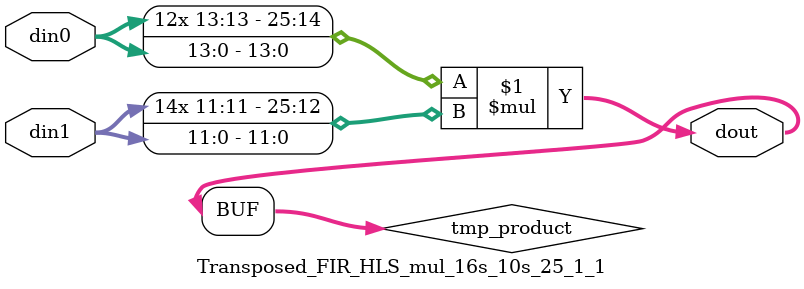
<source format=v>

`timescale 1 ns / 1 ps

 module Transposed_FIR_HLS_mul_16s_10s_25_1_1(din0, din1, dout);
parameter ID = 1;
parameter NUM_STAGE = 0;
parameter din0_WIDTH = 14;
parameter din1_WIDTH = 12;
parameter dout_WIDTH = 26;

input [din0_WIDTH - 1 : 0] din0; 
input [din1_WIDTH - 1 : 0] din1; 
output [dout_WIDTH - 1 : 0] dout;

wire signed [dout_WIDTH - 1 : 0] tmp_product;



























assign tmp_product = $signed(din0) * $signed(din1);








assign dout = tmp_product;





















endmodule

</source>
